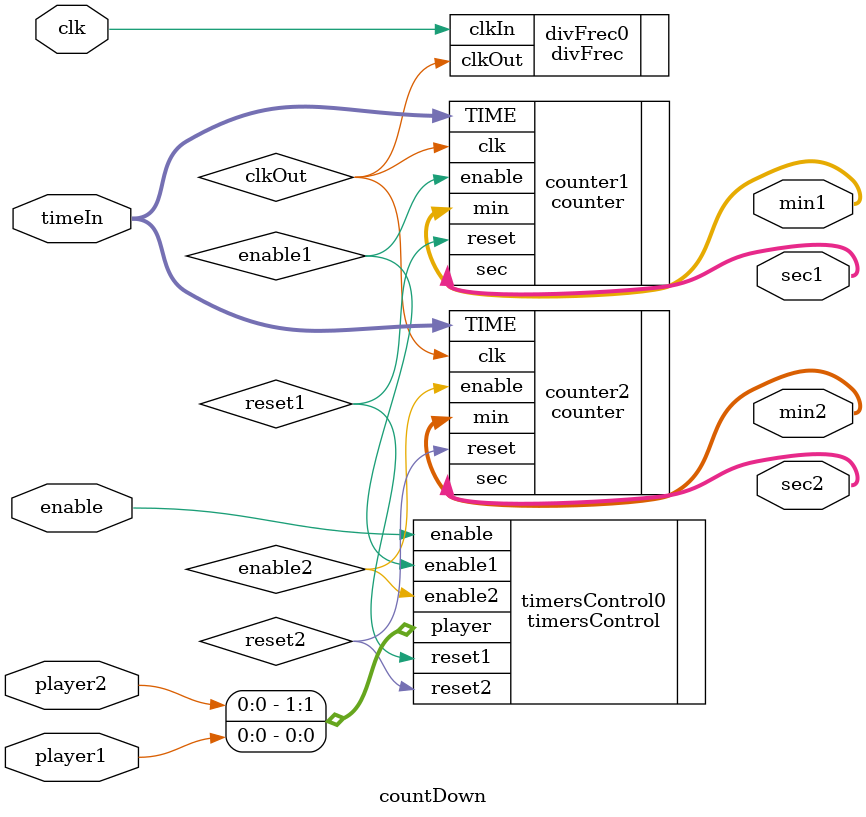
<source format=v>
`timescale 1ns / 1ps
module countDown(
	input clk,
	input wire enable,
	input wire [5:0] timeIn,
	input wire player1,
	input wire player2,
	output wire [5:0] min1,
	output wire [5:0] sec1,
	output wire [5:0] min2,
	output wire [5:0] sec2
    );

wire clkOut;

wire enable1;
wire enable2;
wire reset1;
wire reset2;

divFrec divFrec0 (
	.clkIn(clk),
	.clkOut(clkOut)
);

timersControl timersControl0 (
	.enable(enable),
	.player({player2,player1}),
	.enable1(enable1),
	.enable2(enable2),
	.reset1(reset1),
	.reset2(reset2)
);

counter counter1 (
	.clk(clkOut),
	.enable(enable1),
	.reset(reset1),
	.TIME(timeIn),
	.min(min1),
	.sec(sec1)
);

counter counter2 (
	.clk(clkOut),
	.enable(enable2),
	.reset(reset2),
	.TIME(timeIn),
	.min(min2),
	.sec(sec2)
);

endmodule

</source>
